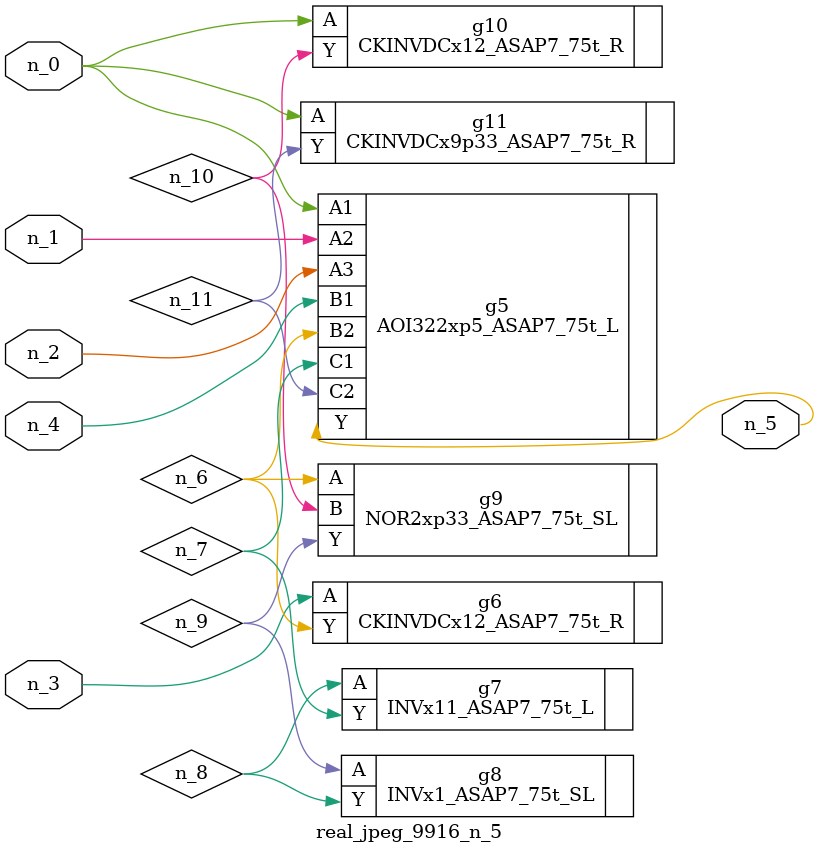
<source format=v>
module real_jpeg_9916_n_5 (n_4, n_0, n_1, n_2, n_3, n_5);

input n_4;
input n_0;
input n_1;
input n_2;
input n_3;

output n_5;

wire n_8;
wire n_11;
wire n_6;
wire n_7;
wire n_10;
wire n_9;

AOI322xp5_ASAP7_75t_L g5 ( 
.A1(n_0),
.A2(n_1),
.A3(n_2),
.B1(n_4),
.B2(n_6),
.C1(n_7),
.C2(n_11),
.Y(n_5)
);

CKINVDCx12_ASAP7_75t_R g10 ( 
.A(n_0),
.Y(n_10)
);

CKINVDCx9p33_ASAP7_75t_R g11 ( 
.A(n_0),
.Y(n_11)
);

CKINVDCx12_ASAP7_75t_R g6 ( 
.A(n_3),
.Y(n_6)
);

NOR2xp33_ASAP7_75t_SL g9 ( 
.A(n_6),
.B(n_10),
.Y(n_9)
);

INVx11_ASAP7_75t_L g7 ( 
.A(n_8),
.Y(n_7)
);

INVx1_ASAP7_75t_SL g8 ( 
.A(n_9),
.Y(n_8)
);


endmodule
</source>
